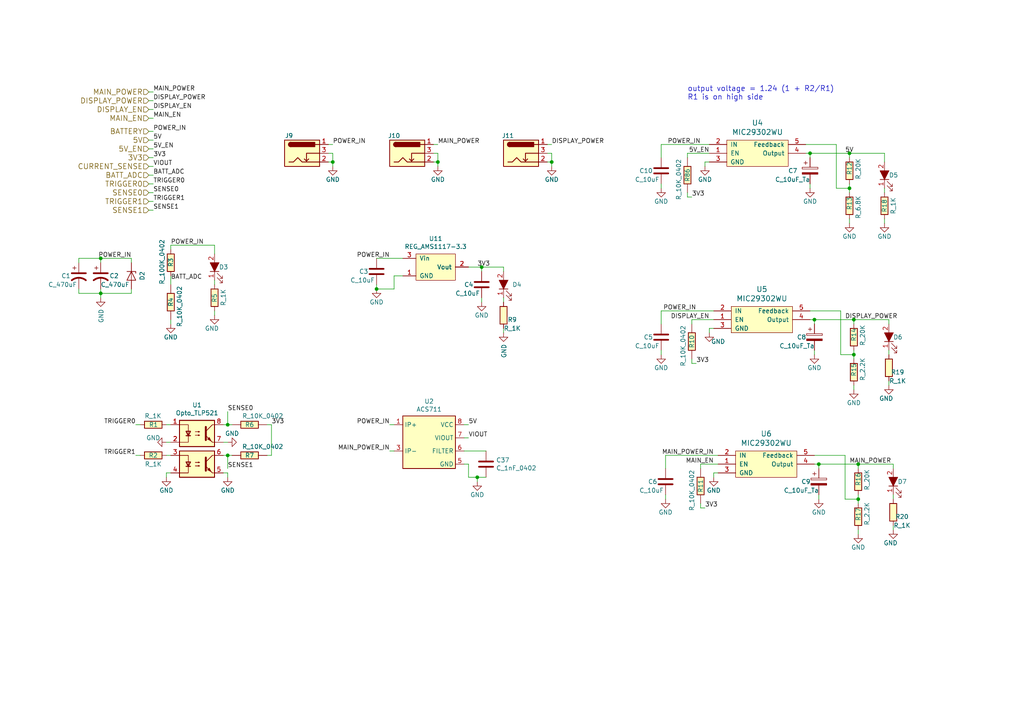
<source format=kicad_sch>
(kicad_sch (version 20211123) (generator eeschema)
  (paper "A4")
  (lib_symbols
    (symbol "Open_Automation:ACS711"
      (property "Reference" "U" (at -7.62 8.89 0))
      (property "Value" "Open_Automation_ACS711" (at 1.27 8.89 0))
      (symbol "ACS711_1_1"
        (pin passive line (at -10.16 5.08 0) (length 2.54) (name "IP+") (number "1"))
        (pin passive line (at -10.16 5.08 0) (length 2.54) hide (name "IP+") (number "2"))
        (pin passive line (at -10.16 -2.54 0) (length 2.54) (name "IP-") (number "3"))
        (pin passive line (at -10.16 -2.54 0) (length 2.54) hide (name "IP-") (number "4"))
        (pin passive line (at 10.16 -6.35 180) (length 2.54) (name "GND") (number "5"))
        (pin passive line (at 10.16 -2.54 180) (length 2.54) (name "FILTER") (number "6"))
        (pin passive line (at 10.16 1.27 180) (length 2.54) (name "VIOUT") (number "7"))
        (pin passive line (at 10.16 5.08 180) (length 2.54) (name "VCC") (number "8"))
      )
    )
    (symbol "Open_Automation:C_10uF" (pin_numbers hide) (pin_names (offset 0.254))
      (property "Reference" "C" (at 0.635 2.54 0))
      (property "Value" "Open_Automation_C_10uF" (at 1.27 -2.54 0))
      (symbol "C_10uF_1_1"
        (pin passive line (at 0 3.81 270) (length 2.794) (name "~") (number "1"))
        (pin passive line (at 0 -3.81 90) (length 2.794) (name "~") (number "2"))
      )
    )
    (symbol "Open_Automation:C_1nF_0402" (pin_numbers hide) (pin_names (offset 0.254))
      (property "Reference" "C" (at 0.635 2.54 0))
      (property "Value" "Open_Automation_C_1nF_0402" (at -5.715 -2.54 0))
      (symbol "C_1nF_0402_1_1"
        (pin passive line (at 0 3.81 270) (length 2.794) (name "~") (number "1"))
        (pin passive line (at 0 -3.81 90) (length 2.794) (name "~") (number "2"))
      )
    )
    (symbol "Open_Automation:C_470uF" (pin_numbers hide) (pin_names (offset 0.254) hide)
      (property "Reference" "C" (at 0.635 2.54 0))
      (property "Value" "Open_Automation_C_470uF" (at 0.635 -2.54 0))
      (symbol "C_470uF_1_1"
        (pin passive line (at 0 3.81 270) (length 2.794) (name "~") (number "1"))
        (pin passive line (at 0 -3.81 90) (length 3.302) (name "~") (number "2"))
      )
    )
    (symbol "Open_Automation:Opto_TLP521" (pin_names (offset 1.016))
      (property "Reference" "U" (at 0 -11.43 0))
      (property "Value" "Open_Automation_Opto_TLP521" (at 0 -8.89 0))
      (symbol "Opto_TLP521_1_1"
        (pin passive line (at -7.62 7.62 0) (length 2.54) (name "~") (number "1"))
        (pin passive line (at -7.62 7.62 0) (length 2.54) (name "~") (number "1"))
        (pin passive line (at -7.62 2.54 0) (length 2.54) (name "~") (number "2"))
        (pin passive line (at -7.62 2.54 0) (length 2.54) (name "~") (number "2"))
        (pin passive line (at -7.62 -1.27 0) (length 2.54) (name "~") (number "3"))
        (pin passive line (at -7.62 -6.35 0) (length 2.54) (name "~") (number "4"))
        (pin passive line (at 7.62 -6.35 180) (length 2.54) (name "~") (number "5"))
        (pin passive line (at 7.62 -1.27 180) (length 2.54) (name "~") (number "6"))
        (pin passive line (at 7.62 2.54 180) (length 2.54) (name "~") (number "7"))
        (pin passive line (at 7.62 7.62 180) (length 2.54) (name "~") (number "8"))
      )
    )
    (symbol "Open_Automation:REG_AMS1117-3.3" (pin_names (offset 1.016))
      (property "Reference" "U1" (at 3.175 -5.08 0))
      (property "Value" "Open_Automation_REG_AMS1117-3.3" (at 0 6.35 0))
      (symbol "REG_AMS1117-3.3_1_1"
        (pin open_collector line (at -10.16 -2.54 0) (length 3.81) (name "GND") (number "1"))
        (pin input line (at 8.89 0 180) (length 3.81) (name "Vout") (number "2"))
        (pin input line (at 8.89 0 180) (length 3.81) (name "Vout") (number "2"))
        (pin power_in line (at -10.16 2.54 0) (length 3.81) (name "Vin") (number "3"))
      )
    )
    (symbol "Open_Automation:R_100K_0402" (pin_numbers hide) (pin_names (offset 0))
      (property "Reference" "R" (at 0 0 90))
      (property "Value" "Open_Automation_R_100K_0402" (at -1.905 0 90))
      (symbol "R_100K_0402_1_1"
        (pin passive line (at 0 3.81 270) (length 1.27) (name "~") (number "1"))
        (pin passive line (at 0 -3.81 90) (length 1.27) (name "~") (number "2"))
      )
    )
    (symbol "Open_Automation:R_10K_0402" (pin_numbers hide) (pin_names (offset 0))
      (property "Reference" "R" (at 0 0 90))
      (property "Value" "Open_Automation_R_10K_0402" (at -1.905 0 90))
      (symbol "R_10K_0402_1_1"
        (pin passive line (at 0 -5.08 90) (length 2.54) (name "~") (number "1"))
        (pin passive line (at 0 5.08 270) (length 2.54) (name "~") (number "2"))
      )
    )
    (symbol "Open_Automation:R_1K" (pin_numbers hide) (pin_names (offset 0))
      (property "Reference" "R" (at 0 0 90))
      (property "Value" "Open_Automation_R_1K" (at -1.905 0 90))
      (symbol "R_1K_1_1"
        (pin passive line (at 0 3.81 270) (length 1.27) (name "~") (number "1"))
        (pin passive line (at 0 -3.81 90) (length 1.27) (name "~") (number "2"))
      )
    )
    (symbol "Open_Automation:R_2.2K" (pin_numbers hide) (pin_names (offset 0))
      (property "Reference" "R" (at 0 0 90))
      (property "Value" "Open_Automation_R_2.2K" (at -1.905 0 90))
      (symbol "R_2.2K_1_1"
        (pin passive line (at 0 3.81 270) (length 1.27) (name "~") (number "1"))
        (pin passive line (at 0 -3.81 90) (length 1.27) (name "~") (number "2"))
      )
    )
    (symbol "Open_Automation:R_20K" (pin_numbers hide) (pin_names (offset 0))
      (property "Reference" "R" (at 0 0 90))
      (property "Value" "Open_Automation_R_20K" (at -1.905 0 90))
      (symbol "R_20K_1_1"
        (pin passive line (at 0 3.81 270) (length 1.27) (name "~") (number "1"))
        (pin passive line (at 0 -3.81 90) (length 1.27) (name "~") (number "2"))
      )
    )
    (symbol "Open_Automation:R_6.8K" (pin_numbers hide) (pin_names (offset 0))
      (property "Reference" "R" (at 0 0 90))
      (property "Value" "Open_Automation_R_6.8K" (at -1.905 0 90))
      (symbol "R_6.8K_1_1"
        (pin passive line (at 0 3.81 270) (length 1.27) (name "~") (number "1"))
        (pin passive line (at 0 -3.81 90) (length 1.27) (name "~") (number "2"))
      )
    )
    (symbol "open-dash-daughterboard-rescue:Barrel_Jack_OD5.5_ID2.5-Open_Automation" (pin_names hide)
      (property "Reference" "J" (at 0 5.334 0))
      (symbol "Barrel_Jack_OD5.5_ID2.5-Open_Automation_1_1"
        (pin passive line (at 7.62 2.54 180) (length 2.54) (name "~") (number "1"))
        (pin passive line (at 7.62 -2.54 180) (length 2.54) (name "~") (number "2"))
        (pin passive line (at 7.62 0 180) (length 2.54) (name "~") (number "3"))
      )
    )
    (symbol "open-dash-daughterboard-rescue:C_10uF_Ta-Open_Automation" (pin_numbers hide) (pin_names (offset 0.254))
      (property "Reference" "C" (at 0.635 2.54 0))
      (property "Value" "open-dash-daughterboard-rescue_C_10uF_Ta-Open_Automation" (at 0.635 -2.54 0))
      (symbol "C_10uF_Ta-Open_Automation_1_1"
        (pin passive line (at 0 3.81 270) (length 2.794) (name "~") (number "1"))
        (pin passive line (at 0 -3.81 90) (length 2.794) (name "~") (number "2"))
      )
    )
    (symbol "open-dash-daughterboard-rescue:D_Zener-Open_Automation" (pin_numbers hide) (pin_names (offset 1.016) hide)
      (property "Reference" "D" (at 0 2.54 0))
      (symbol "D_Zener-Open_Automation_1_1"
        (pin passive line (at -3.81 0 0) (length 2.54) (name "K") (number "1"))
        (pin passive line (at 3.81 0 180) (length 2.54) (name "A") (number "2"))
      )
    )
    (symbol "open-dash-daughterboard-rescue:GND-open-automation" (power) (pin_names (offset 0))
      (property "Value" "open-dash-daughterboard-rescue_GND-open-automation" (at 0 -3.81 0))
      (symbol "GND-open-automation_1_1"
        (pin power_in line (at 0 0 270) (length 0) hide (name "GND") (number "1"))
      )
    )
    (symbol "open-dash-daughterboard-rescue:GND-power" (power) (pin_names (offset 0))
      (property "Value" "open-dash-daughterboard-rescue_GND-power" (at 0 -3.81 0))
      (symbol "GND-power_1_1"
        (pin power_in line (at 0 0 270) (length 0) hide (name "GND") (number "1"))
      )
    )
    (symbol "open-dash-daughterboard-rescue:LED_G-Open_Automation" (pin_names (offset 1.016) hide)
      (property "Reference" "D" (at 0 2.54 0))
      (property "Value" "open-dash-daughterboard-rescue_LED_G-Open_Automation" (at 0 -2.54 0))
      (symbol "LED_G-Open_Automation_1_1"
        (pin passive line (at -3.81 0 0) (length 2.54) (name "K") (number "1"))
        (pin passive line (at 3.81 0 180) (length 2.54) (name "A") (number "2"))
      )
    )
    (symbol "open-dash-daughterboard-rescue:MIC29302WU-Open_Automation" (pin_names (offset 1.016))
      (property "Reference" "U" (at 7.62 -5.08 0))
      (property "Value" "open-dash-daughterboard-rescue_MIC29302WU-Open_Automation" (at 1.27 5.08 0))
      (symbol "MIC29302WU-Open_Automation_1_1"
        (pin input line (at -12.7 0 0) (length 5.08) (name "EN") (number "1"))
        (pin input line (at -12.7 2.54 0) (length 5.08) (name "IN") (number "2"))
        (pin input line (at -12.7 -2.54 0) (length 5.08) (name "GND") (number "3"))
        (pin input line (at 15.24 0 180) (length 5.08) (name "Output") (number "4"))
        (pin input line (at 15.24 2.54 180) (length 5.08) (name "Feedback") (number "5"))
      )
    )
    (symbol "open-dash-daughterboard-rescue:R_1K-Open_Automation" (pin_numbers hide) (pin_names (offset 0))
      (property "Reference" "R" (at 0 0 90))
      (property "Value" "open-dash-daughterboard-rescue_R_1K-Open_Automation" (at -1.905 0 90))
      (symbol "R_1K-Open_Automation_1_1"
        (pin passive line (at 0 3.81 270) (length 1.27) (name "~") (number "1"))
        (pin passive line (at 0 -3.81 90) (length 1.27) (name "~") (number "2"))
      )
    )
  )
  (junction (at 237.49 134.62))
  (junction (at 247.65 102.87))
  (junction (at 160.02 46.99))
  (junction (at 138.43 138.43))
  (junction (at 29.21 85.09))
  (junction (at 66.04 132.08))
  (junction (at 247.65 92.71))
  (junction (at 29.21 74.93))
  (junction (at 127 46.99))
  (junction (at 246.38 44.45))
  (junction (at 66.04 123.19))
  (junction (at 248.92 134.62))
  (junction (at 248.92 144.78))
  (junction (at 96.52 46.99))
  (junction (at 234.95 44.45))
  (junction (at 139.7 77.47))
  (junction (at 109.22 83.82))
  (junction (at 236.22 92.71))
  (junction (at 246.38 54.61))
  (wire (pts (xy 135.89 138.43) (xy 138.43 138.43)))
  (wire (pts (xy 160.02 46.99) (xy 160.02 48.26)))
  (wire (pts (xy 234.95 44.45) (xy 246.38 44.45)))
  (wire (pts (xy 38.1 76.2) (xy 38.1 74.93)))
  (wire (pts (xy 243.84 102.87) (xy 247.65 102.87)))
  (wire (pts (xy 113.03 130.81) (xy 114.3 130.81)))
  (wire (pts (xy 248.92 144.78) (xy 248.92 146.05)))
  (wire (pts (xy 146.05 77.47) (xy 146.05 78.74)))
  (wire (pts (xy 43.18 40.64) (xy 44.45 40.64)))
  (wire (pts (xy 96.52 44.45) (xy 96.52 46.99)))
  (wire (pts (xy 43.18 45.72) (xy 44.45 45.72)))
  (wire (pts (xy 78.74 123.19) (xy 77.47 123.19)))
  (wire (pts (xy 248.92 143.51) (xy 248.92 144.78)))
  (wire (pts (xy 199.39 44.45) (xy 205.74 44.45)))
  (wire (pts (xy 109.22 74.93) (xy 116.84 74.93)))
  (wire (pts (xy 200.66 57.15) (xy 199.39 57.15)))
  (wire (pts (xy 205.74 95.25) (xy 207.01 95.25)))
  (wire (pts (xy 248.92 134.62) (xy 248.92 135.89)))
  (wire (pts (xy 242.57 54.61) (xy 246.38 54.61)))
  (wire (pts (xy 138.43 138.43) (xy 140.97 138.43)))
  (wire (pts (xy 62.23 81.28) (xy 62.23 82.55)))
  (wire (pts (xy 127 44.45) (xy 127 46.99)))
  (wire (pts (xy 66.04 132.08) (xy 66.04 135.89)))
  (wire (pts (xy 44.45 26.67) (xy 43.18 26.67)))
  (wire (pts (xy 22.86 76.2) (xy 22.86 74.93)))
  (wire (pts (xy 125.73 44.45) (xy 127 44.45)))
  (wire (pts (xy 66.04 138.43) (xy 66.04 137.16)))
  (wire (pts (xy 191.77 101.6) (xy 191.77 102.87)))
  (wire (pts (xy 242.57 41.91) (xy 242.57 54.61)))
  (wire (pts (xy 134.62 130.81) (xy 140.97 130.81)))
  (wire (pts (xy 139.7 77.47) (xy 139.7 78.74)))
  (wire (pts (xy 43.18 60.96) (xy 44.45 60.96)))
  (wire (pts (xy 256.54 54.61) (xy 256.54 55.88)))
  (wire (pts (xy 200.66 105.41) (xy 200.66 104.14)))
  (wire (pts (xy 127 41.91) (xy 125.73 41.91)))
  (wire (pts (xy 49.53 132.08) (xy 48.26 132.08)))
  (wire (pts (xy 201.93 105.41) (xy 200.66 105.41)))
  (wire (pts (xy 48.26 128.27) (xy 49.53 128.27)))
  (wire (pts (xy 43.18 43.18) (xy 44.45 43.18)))
  (wire (pts (xy 22.86 83.82) (xy 22.86 85.09)))
  (wire (pts (xy 43.18 50.8) (xy 44.45 50.8)))
  (wire (pts (xy 234.95 45.72) (xy 234.95 44.45)))
  (wire (pts (xy 256.54 44.45) (xy 256.54 46.99)))
  (wire (pts (xy 237.49 135.89) (xy 237.49 134.62)))
  (wire (pts (xy 38.1 85.09) (xy 29.21 85.09)))
  (wire (pts (xy 22.86 85.09) (xy 29.21 85.09)))
  (wire (pts (xy 64.77 132.08) (xy 66.04 132.08)))
  (wire (pts (xy 113.03 123.19) (xy 114.3 123.19)))
  (wire (pts (xy 146.05 86.36) (xy 146.05 87.63)))
  (wire (pts (xy 43.18 38.1) (xy 44.45 38.1)))
  (wire (pts (xy 207.01 137.16) (xy 208.28 137.16)))
  (wire (pts (xy 247.65 102.87) (xy 247.65 104.14)))
  (wire (pts (xy 29.21 86.36) (xy 29.21 85.09)))
  (wire (pts (xy 29.21 76.2) (xy 29.21 74.93)))
  (wire (pts (xy 248.92 154.94) (xy 248.92 153.67)))
  (wire (pts (xy 191.77 53.34) (xy 191.77 54.61)))
  (wire (pts (xy 193.04 132.08) (xy 208.28 132.08)))
  (wire (pts (xy 138.43 139.7) (xy 138.43 138.43)))
  (wire (pts (xy 66.04 132.08) (xy 67.31 132.08)))
  (wire (pts (xy 49.53 93.98) (xy 49.53 92.71)))
  (wire (pts (xy 236.22 102.87) (xy 236.22 101.6)))
  (wire (pts (xy 127 46.99) (xy 127 48.26)))
  (wire (pts (xy 200.66 92.71) (xy 207.01 92.71)))
  (wire (pts (xy 237.49 134.62) (xy 236.22 134.62)))
  (wire (pts (xy 49.53 123.19) (xy 48.26 123.19)))
  (wire (pts (xy 203.2 147.32) (xy 203.2 146.05)))
  (wire (pts (xy 246.38 54.61) (xy 246.38 55.88)))
  (wire (pts (xy 43.18 58.42) (xy 44.45 58.42)))
  (wire (pts (xy 247.65 101.6) (xy 247.65 102.87)))
  (wire (pts (xy 109.22 82.55) (xy 109.22 83.82)))
  (wire (pts (xy 246.38 53.34) (xy 246.38 54.61)))
  (wire (pts (xy 62.23 90.17) (xy 62.23 91.44)))
  (wire (pts (xy 95.25 46.99) (xy 96.52 46.99)))
  (wire (pts (xy 66.04 123.19) (xy 67.31 123.19)))
  (wire (pts (xy 236.22 92.71) (xy 234.95 92.71)))
  (wire (pts (xy 22.86 74.93) (xy 29.21 74.93)))
  (wire (pts (xy 256.54 63.5) (xy 256.54 64.77)))
  (wire (pts (xy 245.11 132.08) (xy 245.11 144.78)))
  (wire (pts (xy 158.75 44.45) (xy 160.02 44.45)))
  (wire (pts (xy 204.47 48.26) (xy 204.47 46.99)))
  (wire (pts (xy 135.89 123.19) (xy 134.62 123.19)))
  (wire (pts (xy 199.39 45.72) (xy 199.39 44.45)))
  (wire (pts (xy 191.77 45.72) (xy 191.77 41.91)))
  (wire (pts (xy 160.02 44.45) (xy 160.02 46.99)))
  (wire (pts (xy 243.84 90.17) (xy 243.84 102.87)))
  (wire (pts (xy 191.77 41.91) (xy 205.74 41.91)))
  (wire (pts (xy 43.18 53.34) (xy 44.45 53.34)))
  (wire (pts (xy 38.1 83.82) (xy 38.1 85.09)))
  (wire (pts (xy 135.89 134.62) (xy 134.62 134.62)))
  (wire (pts (xy 146.05 77.47) (xy 139.7 77.47)))
  (wire (pts (xy 204.47 147.32) (xy 203.2 147.32)))
  (wire (pts (xy 246.38 44.45) (xy 246.38 45.72)))
  (wire (pts (xy 114.3 80.01) (xy 114.3 83.82)))
  (wire (pts (xy 233.68 41.91) (xy 242.57 41.91)))
  (wire (pts (xy 257.81 110.49) (xy 257.81 111.76)))
  (wire (pts (xy 236.22 93.98) (xy 236.22 92.71)))
  (wire (pts (xy 193.04 143.51) (xy 193.04 144.78)))
  (wire (pts (xy 257.81 92.71) (xy 257.81 93.98)))
  (wire (pts (xy 236.22 132.08) (xy 245.11 132.08)))
  (wire (pts (xy 191.77 93.98) (xy 191.77 90.17)))
  (wire (pts (xy 48.26 137.16) (xy 49.53 137.16)))
  (wire (pts (xy 158.75 41.91) (xy 160.02 41.91)))
  (wire (pts (xy 205.74 96.52) (xy 205.74 95.25)))
  (wire (pts (xy 247.65 113.03) (xy 247.65 111.76)))
  (wire (pts (xy 29.21 85.09) (xy 29.21 83.82)))
  (wire (pts (xy 62.23 71.12) (xy 49.53 71.12)))
  (wire (pts (xy 200.66 93.98) (xy 200.66 92.71)))
  (wire (pts (xy 234.95 90.17) (xy 243.84 90.17)))
  (wire (pts (xy 43.18 55.88) (xy 44.45 55.88)))
  (wire (pts (xy 135.89 134.62) (xy 135.89 138.43)))
  (wire (pts (xy 96.52 46.99) (xy 96.52 48.26)))
  (wire (pts (xy 43.18 48.26) (xy 44.45 48.26)))
  (wire (pts (xy 193.04 135.89) (xy 193.04 132.08)))
  (wire (pts (xy 114.3 83.82) (xy 109.22 83.82)))
  (wire (pts (xy 245.11 144.78) (xy 248.92 144.78)))
  (wire (pts (xy 259.08 152.4) (xy 259.08 153.67)))
  (wire (pts (xy 39.37 123.19) (xy 40.64 123.19)))
  (wire (pts (xy 139.7 87.63) (xy 139.7 86.36)))
  (wire (pts (xy 234.95 54.61) (xy 234.95 53.34)))
  (wire (pts (xy 203.2 134.62) (xy 208.28 134.62)))
  (wire (pts (xy 44.45 34.29) (xy 43.18 34.29)))
  (wire (pts (xy 259.08 143.51) (xy 259.08 144.78)))
  (wire (pts (xy 207.01 138.43) (xy 207.01 137.16)))
  (wire (pts (xy 116.84 80.01) (xy 114.3 80.01)))
  (wire (pts (xy 64.77 128.27) (xy 66.04 128.27)))
  (wire (pts (xy 95.25 44.45) (xy 96.52 44.45)))
  (wire (pts (xy 203.2 135.89) (xy 203.2 134.62)))
  (wire (pts (xy 39.37 132.08) (xy 40.64 132.08)))
  (wire (pts (xy 48.26 138.43) (xy 48.26 137.16)))
  (wire (pts (xy 49.53 71.12) (xy 49.53 72.39)))
  (wire (pts (xy 199.39 57.15) (xy 199.39 55.88)))
  (wire (pts (xy 247.65 92.71) (xy 257.81 92.71)))
  (wire (pts (xy 29.21 74.93) (xy 38.1 74.93)))
  (wire (pts (xy 49.53 80.01) (xy 49.53 82.55)))
  (wire (pts (xy 134.62 127) (xy 135.89 127)))
  (wire (pts (xy 257.81 101.6) (xy 257.81 102.87)))
  (wire (pts (xy 44.45 29.21) (xy 43.18 29.21)))
  (wire (pts (xy 62.23 73.66) (xy 62.23 71.12)))
  (wire (pts (xy 64.77 123.19) (xy 66.04 123.19)))
  (wire (pts (xy 96.52 41.91) (xy 95.25 41.91)))
  (wire (pts (xy 78.74 132.08) (xy 77.47 132.08)))
  (wire (pts (xy 247.65 92.71) (xy 247.65 93.98)))
  (wire (pts (xy 146.05 95.25) (xy 146.05 96.52)))
  (wire (pts (xy 66.04 119.38) (xy 66.04 123.19)))
  (wire (pts (xy 236.22 92.71) (xy 247.65 92.71)))
  (wire (pts (xy 125.73 46.99) (xy 127 46.99)))
  (wire (pts (xy 259.08 134.62) (xy 259.08 135.89)))
  (wire (pts (xy 246.38 64.77) (xy 246.38 63.5)))
  (wire (pts (xy 237.49 144.78) (xy 237.49 143.51)))
  (wire (pts (xy 44.45 31.75) (xy 43.18 31.75)))
  (wire (pts (xy 135.89 77.47) (xy 139.7 77.47)))
  (wire (pts (xy 256.54 44.45) (xy 246.38 44.45)))
  (wire (pts (xy 66.04 137.16) (xy 64.77 137.16)))
  (wire (pts (xy 191.77 90.17) (xy 207.01 90.17)))
  (wire (pts (xy 158.75 46.99) (xy 160.02 46.99)))
  (wire (pts (xy 237.49 134.62) (xy 248.92 134.62)))
  (wire (pts (xy 248.92 134.62) (xy 259.08 134.62)))
  (wire (pts (xy 234.95 44.45) (xy 233.68 44.45)))
  (wire (pts (xy 78.74 132.08) (xy 78.74 123.19)))
  (wire (pts (xy 204.47 46.99) (xy 205.74 46.99)))
  (text "output voltage = 1.24 (1 + R2{slash}R1)\nR1 is on high side" (at 199.39 29.21 0) (effects (font (size 1.524 1.524)) (justify left bottom)))
  (label "BATT_ADC" (at 49.53 81.28 0))
  (label "DISPLAY_EN" (at 205.74 92.71 180))
  (label "MAIN_POWER_IN" (at 113.03 130.81 180))
  (label "BATT_ADC" (at 44.45 50.8 0))
  (label "POWER_IN" (at 113.03 74.93 180))
  (label "TRIGGER0" (at 44.45 53.34 0))
  (label "MAIN_EN" (at 44.45 34.29 0))
  (label "TRIGGER0" (at 39.37 123.19 180))
  (label "5V" (at 135.89 123.19 0))
  (label "VIOUT" (at 44.45 48.26 0))
  (label "POWER_IN" (at 201.93 90.17 180))
  (label "SENSE0" (at 66.04 119.38 0))
  (label "VIOUT" (at 135.89 127 0))
  (label "POWER_IN" (at 203.2 41.91 180))
  (label "POWER_IN" (at 44.45 38.1 0))
  (label "POWER_IN" (at 96.52 41.91 0))
  (label "3V3" (at 138.43 77.47 0))
  (label "POWER_IN" (at 49.53 71.12 0))
  (label "MAIN_EN" (at 207.01 134.62 180))
  (label "DISPLAY_POWER" (at 160.02 41.91 0))
  (label "DISPLAY_POWER" (at 44.45 29.21 0))
  (label "MAIN_POWER" (at 127 41.91 0))
  (label "POWER_IN" (at 113.03 123.19 180))
  (label "3V3" (at 200.66 57.15 0))
  (label "POWER_IN" (at 38.1 74.93 180))
  (label "5V" (at 245.11 44.45 0))
  (label "TRIGGER1" (at 44.45 58.42 0))
  (label "TRIGGER1" (at 39.37 132.08 180))
  (label "DISPLAY_EN" (at 44.45 31.75 0))
  (label "MAIN_POWER" (at 44.45 26.67 0))
  (label "MAIN_POWER" (at 246.38 134.62 0))
  (label "5V_EN" (at 205.74 44.45 180))
  (label "3V3" (at 204.47 147.32 0))
  (label "MAIN_POWER_IN" (at 207.01 132.08 180))
  (label "SENSE1" (at 44.45 60.96 0))
  (label "5V" (at 44.45 40.64 0))
  (label "5V_EN" (at 44.45 43.18 0))
  (label "SENSE1" (at 66.04 135.89 0))
  (label "DISPLAY_POWER" (at 245.11 92.71 0))
  (label "3V3" (at 78.74 123.19 0))
  (label "3V3" (at 201.93 105.41 0))
  (label "SENSE0" (at 44.45 55.88 0))
  (label "3V3" (at 44.45 45.72 0))
  (hierarchical_label "MAIN_POWER" (shape input) (at 43.18 26.67 180) (effects (font (size 1.524 1.524))))
  (hierarchical_label "5V" (shape input) (at 43.18 40.64 180) (effects (font (size 1.524 1.524))))
  (hierarchical_label "TRIGGER0" (shape input) (at 43.18 53.34 180) (effects (font (size 1.524 1.524))))
  (hierarchical_label "SENSE1" (shape input) (at 43.18 60.96 180) (effects (font (size 1.524 1.524))))
  (hierarchical_label "TRIGGER1" (shape input) (at 43.18 58.42 180) (effects (font (size 1.524 1.524))))
  (hierarchical_label "BATT_ADC" (shape input) (at 43.18 50.8 180) (effects (font (size 1.524 1.524))))
  (hierarchical_label "SENSE0" (shape input) (at 43.18 55.88 180) (effects (font (size 1.524 1.524))))
  (hierarchical_label "DISPLAY_POWER" (shape input) (at 43.18 29.21 180) (effects (font (size 1.524 1.524))))
  (hierarchical_label "BATTERY" (shape input) (at 43.18 38.1 180) (effects (font (size 1.524 1.524))))
  (hierarchical_label "5V_EN" (shape input) (at 43.18 43.18 180) (effects (font (size 1.524 1.524))))
  (hierarchical_label "DISPLAY_EN" (shape input) (at 43.18 31.75 180) (effects (font (size 1.524 1.524))))
  (hierarchical_label "CURRENT_SENSE" (shape input) (at 43.18 48.26 180) (effects (font (size 1.524 1.524))))
  (hierarchical_label "3V3" (shape input) (at 43.18 45.72 180) (effects (font (size 1.524 1.524))))
  (hierarchical_label "MAIN_EN" (shape input) (at 43.18 34.29 180) (effects (font (size 1.524 1.524))))
  (symbol (lib_id "open-dash-daughterboard-rescue:GND-open-automation") (at 139.7 87.63 0) (unit 1)
    (property "Reference" "#PWR038" (effects hide))
    (property "Value" "GND" (at 139.7 91.44 0))
  )
  (symbol (lib_id "open-dash-daughterboard-rescue:GND-open-automation") (at 109.22 83.82 0) (unit 1)
    (property "Reference" "#PWR034" (effects hide))
    (property "Value" "GND" (at 109.22 87.63 0))
  )
  (symbol (lib_id "open-dash-daughterboard-rescue:MIC29302WU-Open_Automation") (at 219.71 92.71 0) (unit 1)
    (property "Reference" "U5" (at 220.98 83.8962 0) (effects (font (size 1.524 1.524))))
    (property "Value" "MIC29302WU" (at 220.98 86.5886 0) (effects (font (size 1.524 1.524))))
    (property "Footprint" "Package_TO_SOT_SMD:TO-263-5_TabPin3" (effects hide))
    (property "Datasheet" "https://datasheet.lcsc.com/szlcsc/Microchip-Tech-MIC29302WU_C11149.pdf" (effects hide))
    (property "Part Number" "MIC29302WU-TR" (effects hide))
    (property "LCSC" "C11149" (effects hide))
  )
  (symbol (lib_id "open-dash-daughterboard-rescue:C_10uF_Ta-Open_Automation") (at 236.22 97.79 0) (unit 1)
    (property "Reference" "C8" (at 231.14 97.79 0) (effects (justify left)))
    (property "Value" "C_10uF_Ta" (at 226.06 100.33 0) (effects (justify left)))
    (property "Footprint" "Capacitor_Tantalum_SMD:CP_EIA-6032-15_Kemet-U_Pad2.25x2.35mm_HandSolder" (effects hide))
    (property "Datasheet" "https://datasheet.lcsc.com/szlcsc/KEMET-T491C106K025AT_C116748.pdf" (effects hide))
    (property "Part Number" "T491C106K025AT" (effects hide))
    (property "LCSC" "C116748" (effects hide))
  )
  (symbol (lib_id "open-dash-daughterboard-rescue:GND-open-automation") (at 205.74 96.52 0) (unit 1)
    (property "Reference" "#PWR045" (effects hide))
    (property "Value" "GND" (at 208.28 99.06 0))
  )
  (symbol (lib_id "open-dash-daughterboard-rescue:GND-open-automation") (at 160.02 48.26 0) (unit 1)
    (property "Reference" "#PWR040" (effects hide))
    (property "Value" "GND" (at 160.02 52.07 0))
  )
  (symbol (lib_id "open-dash-daughterboard-rescue:GND-open-automation") (at 127 48.26 0) (unit 1)
    (property "Reference" "#PWR037" (effects hide))
    (property "Value" "GND" (at 127 52.07 0))
  )
  (symbol (lib_id "open-dash-daughterboard-rescue:LED_G-Open_Automation") (at 257.81 97.79 90) (unit 1)
    (property "Reference" "D6" (at 259.08 97.79 90) (effects (justify right)))
    (property "Value" "LED_G" (effects hide))
    (property "Footprint" "LED_SMD:LED_0603_1608Metric_Pad1.05x0.95mm_HandSolder" (effects hide))
    (property "Datasheet" "https://datasheet.lcsc.com/szlcsc/Everlight-Elec-19-217-BHC-ZL1M2RY-3T_C72041.pdf" (effects hide))
    (property "Part Number" "19-217/BHC-ZL1M2RY/3T" (effects hide))
    (property "LCSC" "C72041" (effects hide))
  )
  (symbol (lib_id "open-dash-daughterboard-rescue:MIC29302WU-Open_Automation") (at 220.98 134.62 0) (unit 1)
    (property "Reference" "U6" (at 222.25 125.8062 0) (effects (font (size 1.524 1.524))))
    (property "Value" "MIC29302WU" (at 222.25 128.4986 0) (effects (font (size 1.524 1.524))))
    (property "Footprint" "Package_TO_SOT_SMD:TO-263-5_TabPin3" (effects hide))
    (property "Datasheet" "https://datasheet.lcsc.com/szlcsc/Microchip-Tech-MIC29302WU_C11149.pdf" (effects hide))
    (property "Part Number" "MIC29302WU-TR" (effects hide))
    (property "LCSC" "C11149" (effects hide))
  )
  (symbol (lib_id "open-dash-daughterboard-rescue:C_10uF_Ta-Open_Automation") (at 237.49 139.7 0) (unit 1)
    (property "Reference" "C9" (at 232.41 139.7 0) (effects (justify left)))
    (property "Value" "C_10uF_Ta" (at 227.33 142.24 0) (effects (justify left)))
    (property "Footprint" "Capacitor_Tantalum_SMD:CP_EIA-6032-15_Kemet-U_Pad2.25x2.35mm_HandSolder" (effects hide))
    (property "Datasheet" "https://datasheet.lcsc.com/szlcsc/KEMET-T491C106K025AT_C116748.pdf" (effects hide))
    (property "Part Number" "T491C106K025AT" (effects hide))
    (property "LCSC" "C116748" (effects hide))
  )
  (symbol (lib_id "open-dash-daughterboard-rescue:C_10uF_Ta-Open_Automation") (at 234.95 49.53 0) (unit 1)
    (property "Reference" "C7" (at 228.6 49.53 0) (effects (justify left)))
    (property "Value" "C_10uF_Ta" (at 224.79 52.07 0) (effects (justify left)))
    (property "Footprint" "Capacitor_Tantalum_SMD:CP_EIA-6032-15_Kemet-U_Pad2.25x2.35mm_HandSolder" (effects hide))
    (property "Datasheet" "https://datasheet.lcsc.com/szlcsc/KEMET-T491C106K025AT_C116748.pdf" (effects hide))
    (property "Part Number" "T491C106K025AT" (effects hide))
    (property "LCSC" "C116748" (effects hide))
  )
  (symbol (lib_id "open-dash-daughterboard-rescue:Barrel_Jack_OD5.5_ID2.5-Open_Automation") (at 87.63 44.45 0) (unit 1)
    (property "Reference" "J9" (at 83.82 39.37 0))
    (property "Value" "Barrel_Jack_OD5.5_ID2.5" (effects hide))
    (property "Footprint" "Open_Automation:BarrelJack_OD5.5_ID2.5" (effects hide))
    (property "Datasheet" "https://www.cui.com/product/resource/pj-202b.pdf" (effects hide))
    (property "Website" "https://www.digikey.com/product-detail/en/cui-inc/PJ-202B/CP-202B-ND/252008" (effects hide))
    (property "Part Number" "PJ-202A" (effects hide))
  )
  (symbol (lib_id "open-dash-daughterboard-rescue:GND-open-automation") (at 96.52 48.26 0) (unit 1)
    (property "Reference" "#PWR033" (effects hide))
    (property "Value" "GND" (at 96.52 52.07 0))
  )
  (symbol (lib_id "open-dash-daughterboard-rescue:D_Zener-Open_Automation") (at 38.1 80.01 270) (unit 1)
    (property "Reference" "D2" (at 41.2496 80.01 0))
    (property "Value" "D_Zener" (effects hide))
    (property "Footprint" "Diode_SMD:D_SMB_Handsoldering" (effects hide))
    (property "Datasheet" "https://datasheet.lcsc.com/szlcsc/Shenzhen-Ruilongyuan-Elec-SMBJ26CA_C8835.pdf" (effects hide))
    (property "Part Number" "SMBJ26CA" (effects hide))
    (property "LCSC" "C8835" (effects hide))
  )
  (symbol (lib_id "open-dash-daughterboard-rescue:GND-open-automation") (at 138.43 139.7 0) (unit 1)
    (property "Reference" "#PWR036" (effects hide))
    (property "Value" "GND" (at 138.43 143.51 0))
  )
  (symbol (lib_id "open-dash-daughterboard-rescue:R_1K-Open_Automation") (at 146.05 91.44 0) (unit 1)
    (property "Reference" "R9" (at 148.59 92.71 0))
    (property "Value" "R_1K" (at 148.59 95.25 0))
    (property "Footprint" "Resistor_SMD:R_0603_1608Metric_Pad0.98x0.95mm_HandSolder" (effects hide))
    (property "Datasheet" "https://www.digikey.com/product-detail/en/panasonic-electronic-components/ERJ-3GEYJ102V/P1.0KGDKR-ND/577615" (effects hide))
    (property "Part Number" "ERJ-3GEYJ102V" (effects hide))
    (property "LCSC" " C21190" (effects hide))
  )
  (symbol (lib_id "open-dash-daughterboard-rescue:R_1K-Open_Automation") (at 256.54 59.69 0) (unit 1)
    (property "Reference" "R18" (at 256.54 59.69 90))
    (property "Value" "R_1K" (at 259.08 59.69 90))
    (property "Footprint" "Resistor_SMD:R_0603_1608Metric_Pad0.98x0.95mm_HandSolder" (effects hide))
    (property "Datasheet" "https://www.digikey.com/product-detail/en/panasonic-electronic-components/ERJ-3GEYJ102V/P1.0KGDKR-ND/577615" (effects hide))
    (property "Part Number" "ERJ-3GEYJ102V" (effects hide))
    (property "LCSC" " C21190" (effects hide))
  )
  (symbol (lib_id "open-dash-daughterboard-rescue:R_1K-Open_Automation") (at 257.81 106.68 0) (unit 1)
    (property "Reference" "R19" (at 260.35 107.95 0))
    (property "Value" "R_1K" (at 260.35 110.49 0))
    (property "Footprint" "Resistor_SMD:R_0603_1608Metric_Pad0.98x0.95mm_HandSolder" (effects hide))
    (property "Datasheet" "https://www.digikey.com/product-detail/en/panasonic-electronic-components/ERJ-3GEYJ102V/P1.0KGDKR-ND/577615" (effects hide))
    (property "Part Number" "ERJ-3GEYJ102V" (effects hide))
    (property "LCSC" " C21190" (effects hide))
  )
  (symbol (lib_id "open-dash-daughterboard-rescue:GND-power") (at 146.05 96.52 0) (unit 1)
    (property "Reference" "#PWR039" (effects hide))
    (property "Value" "GND" (at 146.177 99.7712 90) (effects (justify right)))
  )
  (symbol (lib_id "open-dash-daughterboard-rescue:GND-power") (at 62.23 91.44 0) (unit 1)
    (property "Reference" "#PWR030" (effects hide))
    (property "Value" "GND" (at 63.5 95.25 0) (effects (justify right)))
  )
  (symbol (lib_id "open-dash-daughterboard-rescue:GND-power") (at 259.08 153.67 0) (unit 1)
    (property "Reference" "#PWR055" (effects hide))
    (property "Value" "GND" (at 260.35 157.48 0) (effects (justify right)))
  )
  (symbol (lib_id "open-dash-daughterboard-rescue:GND-power") (at 257.81 111.76 0) (unit 1)
    (property "Reference" "#PWR054" (effects hide))
    (property "Value" "GND" (at 259.08 115.57 0) (effects (justify right)))
  )
  (symbol (lib_id "open-dash-daughterboard-rescue:LED_G-Open_Automation") (at 259.08 139.7 90) (unit 1)
    (property "Reference" "D7" (at 260.35 139.7 90) (effects (justify right)))
    (property "Value" "LED_G" (effects hide))
    (property "Footprint" "LED_SMD:LED_0603_1608Metric_Pad1.05x0.95mm_HandSolder" (effects hide))
    (property "Datasheet" "https://datasheet.lcsc.com/szlcsc/Everlight-Elec-19-217-BHC-ZL1M2RY-3T_C72041.pdf" (effects hide))
    (property "Part Number" "19-217/BHC-ZL1M2RY/3T" (effects hide))
    (property "LCSC" "C72041" (effects hide))
  )
  (symbol (lib_id "open-dash-daughterboard-rescue:LED_G-Open_Automation") (at 62.23 77.47 90) (unit 1)
    (property "Reference" "D3" (at 63.5 77.47 90) (effects (justify right)))
    (property "Value" "LED_G" (effects hide))
    (property "Footprint" "LED_SMD:LED_0603_1608Metric_Pad1.05x0.95mm_HandSolder" (effects hide))
    (property "Datasheet" "https://datasheet.lcsc.com/szlcsc/Everlight-Elec-19-217-BHC-ZL1M2RY-3T_C72041.pdf" (effects hide))
    (property "Part Number" "19-217/BHC-ZL1M2RY/3T" (effects hide))
    (property "LCSC" "C72041" (effects hide))
  )
  (symbol (lib_id "open-dash-daughterboard-rescue:LED_G-Open_Automation") (at 256.54 50.8 90) (unit 1)
    (property "Reference" "D5" (at 257.81 50.8 90) (effects (justify right)))
    (property "Value" "LED_G" (effects hide))
    (property "Footprint" "LED_SMD:LED_0603_1608Metric_Pad1.05x0.95mm_HandSolder" (effects hide))
    (property "Datasheet" "https://datasheet.lcsc.com/szlcsc/Everlight-Elec-19-217-BHC-ZL1M2RY-3T_C72041.pdf" (effects hide))
    (property "Part Number" "19-217/BHC-ZL1M2RY/3T" (effects hide))
    (property "LCSC" "C72041" (effects hide))
  )
  (symbol (lib_id "open-dash-daughterboard-rescue:LED_G-Open_Automation") (at 146.05 82.55 90) (unit 1)
    (property "Reference" "D4" (at 148.59 82.55 90) (effects (justify right)))
    (property "Value" "LED_G" (effects hide))
    (property "Footprint" "LED_SMD:LED_0603_1608Metric_Pad1.05x0.95mm_HandSolder" (effects hide))
    (property "Datasheet" "https://datasheet.lcsc.com/szlcsc/Everlight-Elec-19-217-BHC-ZL1M2RY-3T_C72041.pdf" (effects hide))
    (property "Part Number" "19-217/BHC-ZL1M2RY/3T" (effects hide))
    (property "LCSC" "C72041" (effects hide))
  )
  (symbol (lib_id "open-dash-daughterboard-rescue:GND-power") (at 29.21 86.36 0) (unit 1)
    (property "Reference" "#PWR025" (effects hide))
    (property "Value" "GND" (at 29.337 89.6112 90) (effects (justify right)))
  )
  (symbol (lib_id "open-dash-daughterboard-rescue:Barrel_Jack_OD5.5_ID2.5-Open_Automation") (at 151.13 44.45 0) (unit 1)
    (property "Reference" "J11" (at 147.32 39.37 0))
    (property "Value" "Barrel_Jack_OD5.5_ID2.5" (effects hide))
    (property "Footprint" "Open_Automation:BarrelJack_OD5.5_ID2.5" (effects hide))
    (property "Datasheet" "https://www.cui.com/product/resource/pj-202b.pdf" (effects hide))
    (property "Website" "https://www.digikey.com/product-detail/en/cui-inc/PJ-202B/CP-202B-ND/252008" (effects hide))
    (property "Part Number" "PJ-202A" (effects hide))
  )
  (symbol (lib_id "open-dash-daughterboard-rescue:Barrel_Jack_OD5.5_ID2.5-Open_Automation") (at 118.11 44.45 0) (unit 1)
    (property "Reference" "J10" (at 114.3 39.37 0))
    (property "Value" "Barrel_Jack_OD5.5_ID2.5" (effects hide))
    (property "Footprint" "Open_Automation:BarrelJack_OD5.5_ID2.5" (effects hide))
    (property "Datasheet" "https://www.cui.com/product/resource/pj-202b.pdf" (effects hide))
    (property "Website" "https://www.digikey.com/product-detail/en/cui-inc/PJ-202B/CP-202B-ND/252008" (effects hide))
    (property "Part Number" "PJ-202A" (effects hide))
  )
  (symbol (lib_id "open-dash-daughterboard-rescue:GND-open-automation") (at 48.26 128.27 270)
    (property "Reference" "#PWR027" (effects hide))
    (property "Value" "GND" (at 44.45 127 90))
  )
  (symbol (lib_id "open-dash-daughterboard-rescue:GND-open-automation") (at 48.26 138.43 0)
    (property "Reference" "#PWR028" (effects hide))
    (property "Value" "GND" (at 48.26 142.24 0))
  )
  (symbol (lib_id "open-dash-daughterboard-rescue:GND-open-automation") (at 66.04 138.43 0)
    (property "Reference" "#PWR032" (effects hide))
    (property "Value" "GND" (at 66.04 142.24 0))
  )
  (symbol (lib_id "open-dash-daughterboard-rescue:GND-open-automation") (at 66.04 128.27 90)
    (property "Reference" "#PWR031" (effects hide))
    (property "Value" "GND" (at 67.31 125.73 90))
  )
  (symbol (lib_id "open-dash-daughterboard-rescue:GND-open-automation") (at 49.53 93.98 0)
    (property "Reference" "#PWR029" (effects hide))
    (property "Value" "GND" (at 49.53 97.79 0))
  )
  (symbol (lib_id "open-dash-daughterboard-rescue:GND-power") (at 234.95 54.61 0)
    (property "Reference" "#PWR047" (effects hide))
    (property "Value" "GND" (at 234.95 58.42 0))
  )
  (symbol (lib_id "open-dash-daughterboard-rescue:GND-power") (at 246.38 64.77 0)
    (property "Reference" "#PWR050" (effects hide))
    (property "Value" "GND" (at 246.38 68.58 0))
  )
  (symbol (lib_id "open-dash-daughterboard-rescue:GND-power") (at 256.54 64.77 0)
    (property "Reference" "#PWR053" (effects hide))
    (property "Value" "GND" (at 256.54 68.58 0))
  )
  (symbol (lib_id "open-dash-daughterboard-rescue:GND-power") (at 247.65 113.03 0)
    (property "Reference" "#PWR051" (effects hide))
    (property "Value" "GND" (at 247.65 116.84 0))
  )
  (symbol (lib_id "open-dash-daughterboard-rescue:GND-power") (at 236.22 102.87 0)
    (property "Reference" "#PWR048" (effects hide))
    (property "Value" "GND" (at 236.22 106.68 0))
  )
  (symbol (lib_id "open-dash-daughterboard-rescue:GND-power") (at 191.77 102.87 0)
    (property "Reference" "#PWR041" (effects hide))
    (property "Value" "GND" (at 191.77 106.68 0))
  )
  (symbol (lib_id "open-dash-daughterboard-rescue:GND-power") (at 237.49 144.78 0)
    (property "Reference" "#PWR049" (effects hide))
    (property "Value" "GND" (at 237.49 148.59 0))
  )
  (symbol (lib_id "open-dash-daughterboard-rescue:GND-power") (at 248.92 154.94 0)
    (property "Reference" "#PWR052" (effects hide))
    (property "Value" "GND" (at 248.92 158.75 0))
  )
  (symbol (lib_id "open-dash-daughterboard-rescue:GND-power") (at 207.01 138.43 0)
    (property "Reference" "#PWR046" (effects hide))
    (property "Value" "GND" (at 207.01 142.24 0))
  )
  (symbol (lib_id "Open_Automation:R_1K") (at 62.23 86.36 180) (unit 1)
    (property "Reference" "R5" (at 62.23 85.09 90) (effects (justify left)))
    (property "Value" "R_1K" (at 64.77 83.82 90) (effects (justify left)))
    (property "Footprint" "Resistor_SMD:R_0603_1608Metric_Pad0.98x0.95mm_HandSolder" (effects hide))
    (property "Datasheet" "https://www.digikey.com/product-detail/en/panasonic-electronic-components/ERJ-3GEYJ102V/P1.0KGDKR-ND/577615" (effects hide))
    (property "Part Number" "ERJ-3GEYJ102V" (effects hide))
    (property "LCSC" " C21190" (effects hide))
  )
  (symbol (lib_id "Open_Automation:R_10K_0402") (at 203.2 140.97 180) (unit 1)
    (property "Reference" "R11" (at 203.2 140.97 90))
    (property "Value" "R_10K_0402" (at 200.66 142.24 90))
    (property "Footprint" "Resistor_SMD:R_0402_1005Metric_Pad0.72x0.64mm_HandSolder" (effects hide))
    (property "Datasheet" "https://datasheet.lcsc.com/szlcsc/Uniroyal-Elec-0402WGF1002TCE_C25744.pdf" (effects hide))
    (property "Part Number" "0402WGF1002TCE" (effects hide))
    (property "LCSC" "C25744" (effects hide))
  )
  (symbol (lib_id "Open_Automation:R_10K_0402") (at 72.39 123.19 270) (unit 1)
    (property "Reference" "R6" (at 72.39 123.19 90))
    (property "Value" "R_10K_0402" (at 76.2 120.65 90))
    (property "Footprint" "Resistor_SMD:R_0402_1005Metric_Pad0.72x0.64mm_HandSolder" (effects hide))
    (property "Datasheet" "https://datasheet.lcsc.com/szlcsc/Uniroyal-Elec-0402WGF1002TCE_C25744.pdf" (effects hide))
    (property "Part Number" "0402WGF1002TCE" (effects hide))
    (property "LCSC" "C25744" (effects hide))
  )
  (symbol (lib_id "Open_Automation:R_10K_0402") (at 72.39 132.08 270) (unit 1)
    (property "Reference" "R7" (at 72.39 132.08 90))
    (property "Value" "R_10K_0402" (at 76.2 129.54 90))
    (property "Footprint" "Resistor_SMD:R_0402_1005Metric_Pad0.72x0.64mm_HandSolder" (effects hide))
    (property "Datasheet" "https://datasheet.lcsc.com/szlcsc/Uniroyal-Elec-0402WGF1002TCE_C25744.pdf" (effects hide))
    (property "Part Number" "0402WGF1002TCE" (effects hide))
    (property "LCSC" "C25744" (effects hide))
  )
  (symbol (lib_id "Open_Automation:R_20K") (at 247.65 97.79 0) (unit 1)
    (property "Reference" "R14" (at 247.65 99.06 90) (effects (justify left)))
    (property "Value" "R_20K" (at 250.19 100.33 90) (effects (justify left)))
    (property "Footprint" "Resistor_SMD:R_0402_1005Metric_Pad0.72x0.64mm_HandSolder" (effects hide))
    (property "Datasheet" "https://datasheet.lcsc.com/szlcsc/Uniroyal-Elec-0402WGF2002TCE_C25765.pdf" (effects hide))
    (property "Part Number" "0402WGF2002TCE" (effects hide))
    (property "LCSC" "C25765" (effects hide))
  )
  (symbol (lib_id "Open_Automation:R_20K") (at 248.92 139.7 0) (unit 1)
    (property "Reference" "R16" (at 248.92 140.97 90) (effects (justify left)))
    (property "Value" "R_20K" (at 251.46 142.24 90) (effects (justify left)))
    (property "Footprint" "Resistor_SMD:R_0402_1005Metric_Pad0.72x0.64mm_HandSolder" (effects hide))
    (property "Datasheet" "https://datasheet.lcsc.com/szlcsc/Uniroyal-Elec-0402WGF2002TCE_C25765.pdf" (effects hide))
    (property "Part Number" "0402WGF2002TCE" (effects hide))
    (property "LCSC" "C25765" (effects hide))
  )
  (symbol (lib_id "Open_Automation:R_2.2K") (at 248.92 149.86 0) (unit 1)
    (property "Reference" "R17" (at 248.92 151.13 90) (effects (justify left)))
    (property "Value" "R_2.2K" (at 251.46 152.4 90) (effects (justify left)))
    (property "Footprint" "Resistor_SMD:R_0402_1005Metric_Pad0.72x0.64mm_HandSolder" (effects hide))
    (property "Datasheet" "https://datasheet.lcsc.com/szlcsc/Uniroyal-Elec-0402WGF2201TCE_C25879.pdf" (effects hide))
    (property "LCSC" "C4190" (effects hide))
  )
  (symbol (lib_id "Open_Automation:R_2.2K") (at 247.65 107.95 0) (unit 1)
    (property "Reference" "R15" (at 247.65 109.22 90) (effects (justify left)))
    (property "Value" "R_2.2K" (at 250.19 110.49 90) (effects (justify left)))
    (property "Footprint" "Resistor_SMD:R_0402_1005Metric_Pad0.72x0.64mm_HandSolder" (effects hide))
    (property "Datasheet" "https://datasheet.lcsc.com/szlcsc/Uniroyal-Elec-0402WGF2201TCE_C25879.pdf" (effects hide))
    (property "LCSC" "C4190" (effects hide))
  )
  (symbol (lib_id "Open_Automation:R_20K") (at 246.38 49.53 0) (unit 1)
    (property "Reference" "R12" (at 246.38 50.8 90) (effects (justify left)))
    (property "Value" "R_20K" (at 248.92 52.07 90) (effects (justify left)))
    (property "Footprint" "Resistor_SMD:R_0402_1005Metric_Pad0.72x0.64mm_HandSolder" (effects hide))
    (property "Datasheet" "https://datasheet.lcsc.com/szlcsc/Uniroyal-Elec-0402WGF2002TCE_C25765.pdf" (effects hide))
    (property "Part Number" "0402WGF2002TCE" (effects hide))
    (property "LCSC" "C25765" (effects hide))
  )
  (symbol (lib_id "Open_Automation:R_10K_0402") (at 49.53 87.63 180) (unit 1)
    (property "Reference" "R4" (at 49.53 87.63 90))
    (property "Value" "R_10K_0402" (at 52.07 88.9 90))
    (property "Footprint" "Resistor_SMD:R_0402_1005Metric_Pad0.72x0.64mm_HandSolder" (effects hide))
    (property "Datasheet" "https://datasheet.lcsc.com/szlcsc/Uniroyal-Elec-0402WGF1002TCE_C25744.pdf" (effects hide))
    (property "Part Number" "0402WGF1002TCE" (effects hide))
    (property "LCSC" "C25744" (effects hide))
  )
  (symbol (lib_id "Open_Automation:R_1K") (at 44.45 123.19 270) (unit 1)
    (property "Reference" "R1" (at 43.18 123.19 90) (effects (justify left)))
    (property "Value" "R_1K" (at 41.91 120.65 90) (effects (justify left)))
    (property "Footprint" "Resistor_SMD:R_0603_1608Metric_Pad0.98x0.95mm_HandSolder" (effects hide))
    (property "Datasheet" "https://www.digikey.com/product-detail/en/panasonic-electronic-components/ERJ-3GEYJ102V/P1.0KGDKR-ND/577615" (effects hide))
    (property "Part Number" "ERJ-3GEYJ102V" (effects hide))
    (property "LCSC" " C21190" (effects hide))
  )
  (symbol (lib_id "Open_Automation:R_1K") (at 44.45 132.08 270) (unit 1)
    (property "Reference" "R2" (at 44.45 132.08 90))
    (property "Value" "R_1K" (at 44.45 134.62 90))
    (property "Footprint" "Resistor_SMD:R_0603_1608Metric_Pad0.98x0.95mm_HandSolder" (effects hide))
    (property "Datasheet" "https://www.digikey.com/product-detail/en/panasonic-electronic-components/ERJ-3GEYJ102V/P1.0KGDKR-ND/577615" (effects hide))
    (property "Part Number" "ERJ-3GEYJ102V" (effects hide))
    (property "LCSC" " C21190" (effects hide))
  )
  (symbol (lib_id "Open_Automation:C_470uF") (at 29.21 80.01 0) (unit 1)
    (property "Reference" "C2" (at 31.75 80.01 0) (effects (justify left)))
    (property "Value" "C_470uF" (at 29.21 82.55 0) (effects (justify left)))
    (property "Footprint" "Capacitor_SMD:CP_Elec_10x10" (effects hide))
    (property "Datasheet" "https://datasheet.lcsc.com/szlcsc/1809192324_Honor-Elec-RVT1V471M1010_C3350.pdf" (effects hide))
    (property "Part Number" "RVT1V471M1010" (effects hide))
    (property "LCSC" "C3350" (effects hide))
  )
  (symbol (lib_id "Open_Automation:C_470uF") (at 22.86 80.01 0) (unit 1)
    (property "Reference" "C1" (at 17.78 80.01 0) (effects (justify left)))
    (property "Value" "C_470uF" (at 13.97 82.55 0) (effects (justify left)))
    (property "Footprint" "Capacitor_SMD:CP_Elec_10x10" (effects hide))
    (property "Datasheet" "https://datasheet.lcsc.com/szlcsc/1809192324_Honor-Elec-RVT1V471M1010_C3350.pdf" (effects hide))
    (property "Part Number" "RVT1V471M1010" (effects hide))
    (property "LCSC" "C3350" (effects hide))
  )
  (symbol (lib_id "Open_Automation:C_10uF") (at 109.22 78.74 0) (unit 1)
    (property "Reference" "C3" (at 104.14 78.74 0) (effects (justify left)))
    (property "Value" "C_10uF" (at 101.6 81.28 0) (effects (justify left)))
    (property "Footprint" "Capacitor_SMD:C_0805_2012Metric_Pad1.18x1.45mm_HandSolder" (effects hide))
    (property "Datasheet" "https://datasheet.lcsc.com/szlcsc/Samsung-Electro-Mechanics-CL21A106KAYNNNE_C15850.pdf" (effects hide))
    (property "Part Number" "CL21A106KAYNNNE" (effects hide))
    (property "LCSC" "C15850" (effects hide))
  )
  (symbol (lib_id "Open_Automation:C_10uF") (at 139.7 82.55 0) (unit 1)
    (property "Reference" "C4" (at 134.62 82.55 0) (effects (justify left)))
    (property "Value" "C_10uF" (at 132.08 85.09 0) (effects (justify left)))
    (property "Footprint" "Capacitor_SMD:C_0805_2012Metric_Pad1.18x1.45mm_HandSolder" (effects hide))
    (property "Datasheet" "https://datasheet.lcsc.com/szlcsc/Samsung-Electro-Mechanics-CL21A106KAYNNNE_C15850.pdf" (effects hide))
    (property "Part Number" "CL21A106KAYNNNE" (effects hide))
    (property "LCSC" "C15850" (effects hide))
  )
  (symbol (lib_id "Open_Automation:C_10uF") (at 191.77 49.53 0) (unit 1)
    (property "Reference" "C10" (at 185.42 49.53 0) (effects (justify left)))
    (property "Value" "C_10uF" (at 184.15 52.07 0) (effects (justify left)))
    (property "Footprint" "Capacitor_SMD:C_0805_2012Metric_Pad1.18x1.45mm_HandSolder" (effects hide))
    (property "Datasheet" "https://datasheet.lcsc.com/szlcsc/Samsung-Electro-Mechanics-CL21A106KAYNNNE_C15850.pdf" (effects hide))
    (property "Part Number" "CL21A106KAYNNNE" (effects hide))
    (property "LCSC" "C15850" (effects hide))
  )
  (symbol (lib_id "Open_Automation:C_10uF") (at 191.77 97.79 0) (unit 1)
    (property "Reference" "C5" (at 186.69 97.79 0) (effects (justify left)))
    (property "Value" "C_10uF" (at 184.15 100.33 0) (effects (justify left)))
    (property "Footprint" "Capacitor_SMD:C_0805_2012Metric_Pad1.18x1.45mm_HandSolder" (effects hide))
    (property "Datasheet" "https://datasheet.lcsc.com/szlcsc/Samsung-Electro-Mechanics-CL21A106KAYNNNE_C15850.pdf" (effects hide))
    (property "Part Number" "CL21A106KAYNNNE" (effects hide))
    (property "LCSC" "C15850" (effects hide))
  )
  (symbol (lib_id "Open_Automation:C_10uF") (at 193.04 139.7 0) (unit 1)
    (property "Reference" "C6" (at 187.96 139.7 0) (effects (justify left)))
    (property "Value" "C_10uF" (at 185.42 142.24 0) (effects (justify left)))
    (property "Footprint" "Capacitor_SMD:C_0805_2012Metric_Pad1.18x1.45mm_HandSolder" (effects hide))
    (property "Datasheet" "https://datasheet.lcsc.com/szlcsc/Samsung-Electro-Mechanics-CL21A106KAYNNNE_C15850.pdf" (effects hide))
    (property "Part Number" "CL21A106KAYNNNE" (effects hide))
    (property "LCSC" "C15850" (effects hide))
  )
  (symbol (lib_id "Open_Automation:R_10K_0402") (at 200.66 99.06 180) (unit 1)
    (property "Reference" "R10" (at 200.66 99.06 90))
    (property "Value" "R_10K_0402" (at 198.12 100.33 90))
    (property "Footprint" "Resistor_SMD:R_0402_1005Metric_Pad0.72x0.64mm_HandSolder" (effects hide))
    (property "Datasheet" "https://datasheet.lcsc.com/szlcsc/Uniroyal-Elec-0402WGF1002TCE_C25744.pdf" (effects hide))
    (property "Part Number" "0402WGF1002TCE" (effects hide))
    (property "LCSC" "C25744" (effects hide))
  )
  (symbol (lib_id "Open_Automation:R_6.8K") (at 246.38 59.69 0) (unit 1)
    (property "Reference" "R13" (at 246.38 60.96 90) (effects (justify left)))
    (property "Value" "R_6.8K" (at 248.92 63.5 90) (effects (justify left)))
    (property "Footprint" "Resistor_SMD:R_0603_1608Metric_Pad0.98x0.95mm_HandSolder" (effects hide))
    (property "Datasheet" "https://datasheet.lcsc.com/szlcsc/Uniroyal-Elec-0603WAF6801T5E_C23212.pdf" (effects hide))
    (property "Part Number" "0603WAF6801T5E" (effects hide))
    (property "LCSC" "C23212" (effects hide))
  )
  (symbol (lib_id "Open_Automation:ACS711") (at 124.46 128.27 0) (unit 1)
    (property "Reference" "U2" (at 124.46 116.4082 0))
    (property "Value" "ACS711" (at 124.46 118.7196 0))
    (property "Footprint" "Package_SO:SOIC-8_3.9x4.9mm_P1.27mm" (effects hide))
    (property "Part Number" "ACS712ELCTR-20A-T" (effects hide))
    (property "LCSC" "C10681" (effects hide))
  )
  (symbol (lib_id "Open_Automation:C_1nF_0402") (at 140.97 134.62 0) (unit 1)
    (property "Reference" "C37" (at 143.891 133.4516 0) (effects (justify left)))
    (property "Value" "C_1nF_0402" (at 143.891 135.763 0) (effects (justify left)))
    (property "Footprint" "Capacitor_SMD:C_0402_1005Metric_Pad0.74x0.62mm_HandSolder" (effects hide))
    (property "Datasheet" "https://datasheet.lcsc.com/szlcsc/Guangdong-Fenghua-Advanced-Tech-0402B102K500NT_C1523.pdf" (effects hide))
    (property "LCSC" "C1523" (effects hide))
    (property "Part Number" "0402B102K500NT" (effects hide))
  )
  (symbol (lib_id "Open_Automation:Opto_TLP521") (at 57.15 130.81 0) (unit 1)
    (property "Reference" "U1" (at 57.15 117.475 0))
    (property "Value" "Opto_TLP521" (at 57.15 119.7864 0))
    (property "Footprint" "Package_DIP:SMDIP-8_W9.53mm" (effects hide))
    (property "Datasheet" "https://datasheet.lcsc.com/szlcsc/2009251934_Isocom-Components-TLP521-2SMT-R_C722233.pdf" (effects hide))
    (property "Part Number" "TLP521-2SMT&R" (effects hide))
    (property "LCSC" "C722233" (effects hide))
  )
  (symbol (lib_id "Open_Automation:R_10K_0402") (at 199.39 50.8 180) (unit 1)
    (property "Reference" "R86" (at 199.39 50.8 90))
    (property "Value" "R_10K_0402" (at 196.85 52.07 90))
    (property "Footprint" "Resistor_SMD:R_0402_1005Metric_Pad0.72x0.64mm_HandSolder" (effects hide))
    (property "Datasheet" "https://datasheet.lcsc.com/szlcsc/Uniroyal-Elec-0402WGF1002TCE_C25744.pdf" (effects hide))
    (property "Part Number" "0402WGF1002TCE" (effects hide))
    (property "LCSC" "C25744" (effects hide))
  )
  (symbol (lib_id "Open_Automation:R_100K_0402") (at 49.53 76.2 0) (unit 1)
    (property "Reference" "R3" (at 49.53 77.47 90) (effects (justify left)))
    (property "Value" "R_100K_0402" (at 46.99 82.55 90) (effects (justify left)))
    (property "Footprint" "Resistor_SMD:R_0402_1005Metric_Pad0.72x0.64mm_HandSolder" (effects hide))
    (property "Datasheet" "https://datasheet.lcsc.com/lcsc/1810111814_UNI-ROYAL-Uniroyal-Elec-0402WGF1003TCE_C25741.pdf" (effects hide))
    (property "Part Number" "0402WGF1003TCE" (effects hide))
    (property "LCSC" "C25741" (effects hide))
  )
  (symbol (lib_id "Open_Automation:REG_AMS1117-3.3") (at 127 77.47 0) (unit 1)
    (property "Reference" "U11" (at 126.365 69.215 0))
    (property "Value" "REG_AMS1117-3.3" (at 126.365 71.5264 0))
    (property "Footprint" "Package_TO_SOT_SMD:SOT-223-3_TabPin2" (effects hide))
    (property "Datasheet" "https://datasheet.lcsc.com/szlcsc/1811201117_Advanced-Monolithic-Systems-AMS-AMS1117-3-3_C6186.pdf" (effects hide))
    (property "Part Number" "AMS1117-3.3" (effects hide))
    (property "LCSC" "C347222" (effects hide))
  )
  (symbol (lib_id "open-dash-daughterboard-rescue:MIC29302WU-Open_Automation") (at 218.44 44.45 0) (unit 1)
    (property "Reference" "U4" (at 219.71 35.6362 0) (effects (font (size 1.524 1.524))))
    (property "Value" "MIC29302WU" (at 219.71 38.3286 0) (effects (font (size 1.524 1.524))))
    (property "Footprint" "Package_TO_SOT_SMD:TO-263-5_TabPin3" (effects hide))
    (property "Datasheet" "https://datasheet.lcsc.com/szlcsc/Microchip-Tech-MIC29302WU_C11149.pdf" (effects hide))
    (property "Part Number" "MIC29302WU-TR" (effects hide))
    (property "LCSC" "C11149" (effects hide))
  )
  (symbol (lib_id "open-dash-daughterboard-rescue:R_1K-Open_Automation") (at 259.08 148.59 0) (unit 1)
    (property "Reference" "R20" (at 261.62 149.86 0))
    (property "Value" "R_1K" (at 261.62 152.4 0))
    (property "Footprint" "Resistor_SMD:R_0603_1608Metric_Pad0.98x0.95mm_HandSolder" (effects hide))
    (property "Datasheet" "https://www.digikey.com/product-detail/en/panasonic-electronic-components/ERJ-3GEYJ102V/P1.0KGDKR-ND/577615" (effects hide))
    (property "Part Number" "ERJ-3GEYJ102V" (effects hide))
    (property "LCSC" " C21190" (effects hide))
  )
  (symbol (lib_id "open-dash-daughterboard-rescue:GND-power") (at 191.77 54.61 0)
    (property "Reference" "#PWR043" (effects hide))
    (property "Value" "GND" (at 191.77 58.42 0))
  )
  (symbol (lib_id "open-dash-daughterboard-rescue:GND-power") (at 204.47 48.26 0)
    (property "Reference" "#PWR044" (effects hide))
    (property "Value" "GND" (at 204.47 52.07 0))
  )
  (symbol (lib_id "open-dash-daughterboard-rescue:GND-power") (at 193.04 144.78 0)
    (property "Reference" "#PWR042" (effects hide))
    (property "Value" "GND" (at 193.04 148.59 0))
  )
)
</source>
